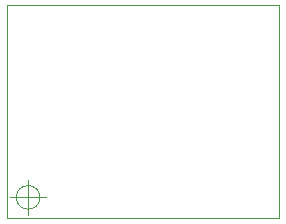
<source format=gbr>
%TF.GenerationSoftware,KiCad,Pcbnew,(5.1.6-0-10_14)*%
%TF.CreationDate,2021-01-22T11:09:43+09:00*%
%TF.ProjectId,test01,74657374-3031-42e6-9b69-6361645f7063,rev?*%
%TF.SameCoordinates,Original*%
%TF.FileFunction,Profile,NP*%
%FSLAX46Y46*%
G04 Gerber Fmt 4.6, Leading zero omitted, Abs format (unit mm)*
G04 Created by KiCad (PCBNEW (5.1.6-0-10_14)) date 2021-01-22 11:09:43*
%MOMM*%
%LPD*%
G01*
G04 APERTURE LIST*
%TA.AperFunction,Profile*%
%ADD10C,0.100000*%
%TD*%
G04 APERTURE END LIST*
D10*
X147000000Y-56000000D02*
X147000000Y-38000000D01*
X170000000Y-56000000D02*
X147000000Y-56000000D01*
X170000000Y-38000000D02*
X170000000Y-56000000D01*
X147000000Y-38000000D02*
X170000000Y-38000000D01*
X149750000Y-54250000D02*
G75*
G03*
X149750000Y-54250000I-1000000J0D01*
G01*
X147250000Y-54250000D02*
X150250000Y-54250000D01*
X148750000Y-52750000D02*
X148750000Y-55750000D01*
M02*

</source>
